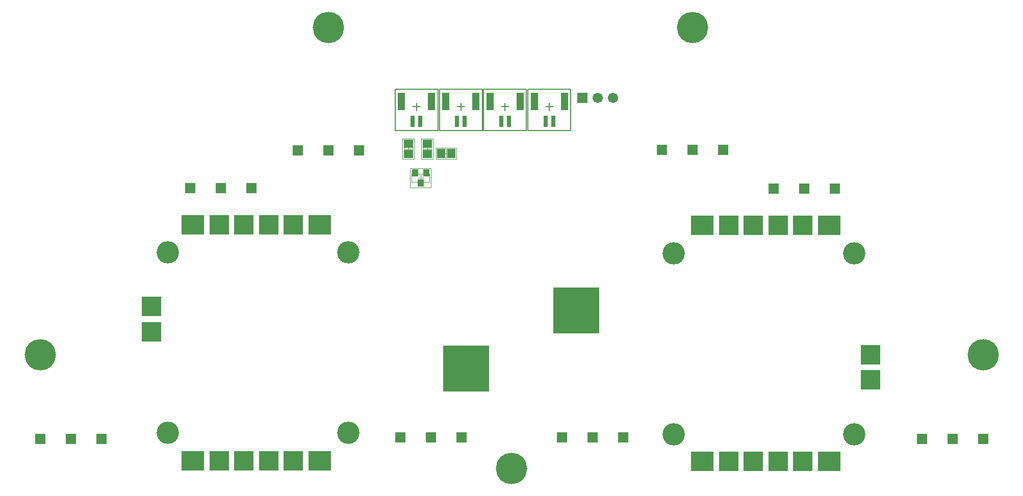
<source format=gts>
G04*
G04 #@! TF.GenerationSoftware,Altium Limited,Altium Designer,18.1.9 (240)*
G04*
G04 Layer_Color=8388736*
%FSLAX43Y43*%
%MOMM*%
G71*
G01*
G75*
%ADD11C,0.200*%
%ADD18C,0.100*%
%ADD19C,0.050*%
%ADD25R,1.005X1.175*%
%ADD26R,1.553X1.353*%
%ADD27R,1.353X1.553*%
%ADD28R,1.203X3.003*%
%ADD29R,0.803X1.903*%
%ADD30R,7.703X7.703*%
%ADD31R,1.703X1.703*%
%ADD32C,1.703*%
%ADD33R,1.727X1.727*%
%ADD34C,3.711*%
%ADD35R,3.203X3.203*%
%ADD36R,3.703X3.303*%
%ADD37R,3.303X3.303*%
%ADD38C,5.203*%
D11*
X100828Y142264D02*
Y149122D01*
X107940D01*
Y142264D02*
Y149122D01*
X100828Y142264D02*
X107940D01*
X103749Y146201D02*
X105019D01*
X104384Y145566D02*
Y146836D01*
X93462Y142264D02*
Y149122D01*
X100574D01*
Y142264D02*
Y149122D01*
X93462Y142264D02*
X100574D01*
X96383Y146201D02*
X97653D01*
X97018Y145566D02*
Y146836D01*
X86116Y142264D02*
Y149122D01*
X93228D01*
Y142264D02*
Y149122D01*
X86116Y142264D02*
X93228D01*
X89037Y146201D02*
X90307D01*
X89672Y145566D02*
Y146836D01*
X78750Y142264D02*
Y149122D01*
X85862D01*
Y142264D02*
Y149122D01*
X78750Y142264D02*
X85862D01*
X81671Y146201D02*
X82941D01*
X82306Y145566D02*
Y146836D01*
D18*
X81492Y135070D02*
X84492D01*
X81492Y133670D02*
X84492D01*
Y135070D01*
X81492Y133670D02*
Y135070D01*
X80269Y140292D02*
X81619D01*
X80269Y138092D02*
X81619D01*
Y140292D01*
X80269Y138092D02*
Y140292D01*
X83399Y140292D02*
X84749D01*
X83399Y138092D02*
X84749D01*
Y140292D01*
X83399Y138092D02*
Y140292D01*
X86149Y137755D02*
Y139105D01*
X88349Y137755D02*
Y139105D01*
X86149D02*
X88349D01*
X86149Y137755D02*
X88349D01*
X82992Y133870D02*
Y134870D01*
X82492Y134370D02*
X83492D01*
X80944Y138692D02*
Y139692D01*
X80444Y139192D02*
X81444D01*
X84074Y138692D02*
Y139692D01*
X83574Y139192D02*
X84574D01*
X86749Y138430D02*
X87749D01*
X87249Y137930D02*
Y138930D01*
D19*
X81242Y135970D02*
X84742D01*
X81242Y132770D02*
X84742D01*
Y135970D01*
X81242Y132770D02*
Y135970D01*
X79994Y140892D02*
X81894D01*
X79994Y137492D02*
X81894D01*
Y140892D01*
X79994Y137492D02*
Y140892D01*
X83124Y140892D02*
X85024D01*
X83124Y137492D02*
X85024D01*
Y140892D01*
X83124Y137492D02*
Y140892D01*
X85549Y137480D02*
Y139380D01*
X88949Y137480D02*
Y139380D01*
X85549D02*
X88949D01*
X85549Y137480D02*
X88949D01*
D25*
X83942Y135255D02*
D03*
X82042D02*
D03*
X82992Y133485D02*
D03*
D26*
X80944Y140067D02*
D03*
Y138317D02*
D03*
X84074Y140067D02*
D03*
Y138317D02*
D03*
D27*
X86374Y138430D02*
D03*
X88124D02*
D03*
D28*
X106859Y147114D02*
D03*
X101909D02*
D03*
X99493D02*
D03*
X94543D02*
D03*
X92147D02*
D03*
X87197D02*
D03*
X84781D02*
D03*
X79831D02*
D03*
D29*
X105009Y143764D02*
D03*
X103759D02*
D03*
X97643D02*
D03*
X96393D02*
D03*
X90297D02*
D03*
X89047D02*
D03*
X82931D02*
D03*
X81681D02*
D03*
D30*
X90551Y102743D02*
D03*
X108839Y112395D02*
D03*
D31*
X109855Y147701D02*
D03*
D32*
X112395D02*
D03*
X114935D02*
D03*
D33*
X123063Y139065D02*
D03*
X128143D02*
D03*
X133223D02*
D03*
X62611Y138938D02*
D03*
X67691D02*
D03*
X72771D02*
D03*
X176403Y91059D02*
D03*
X171323D02*
D03*
X166243D02*
D03*
X19812D02*
D03*
X24892D02*
D03*
X29972D02*
D03*
X79629Y91313D02*
D03*
X84709D02*
D03*
X89789D02*
D03*
X106426D02*
D03*
X111506D02*
D03*
X116586D02*
D03*
X54864Y132715D02*
D03*
X49784D02*
D03*
X44704D02*
D03*
X151765Y132588D02*
D03*
X146685D02*
D03*
X141605D02*
D03*
D34*
X155000Y91821D02*
D03*
Y121821D02*
D03*
X125000Y91821D02*
D03*
Y121821D02*
D03*
X41000Y122000D02*
D03*
Y92000D02*
D03*
X71000Y122000D02*
D03*
Y92000D02*
D03*
D35*
X157700Y100821D02*
D03*
Y105021D02*
D03*
X38300Y113000D02*
D03*
Y108800D02*
D03*
D36*
X150850Y87271D02*
D03*
X129750D02*
D03*
X150850Y126471D02*
D03*
X129750D02*
D03*
X45150Y126550D02*
D03*
X66250D02*
D03*
X45150Y87350D02*
D03*
X66250D02*
D03*
D37*
X146450Y87271D02*
D03*
X138250D02*
D03*
X142350D02*
D03*
X134150D02*
D03*
X146450Y126471D02*
D03*
X142350D02*
D03*
X134150D02*
D03*
X138250D02*
D03*
X49550Y126550D02*
D03*
X57750D02*
D03*
X53650D02*
D03*
X61850D02*
D03*
X49550Y87350D02*
D03*
X53650D02*
D03*
X61850D02*
D03*
X57750D02*
D03*
D38*
X19812Y105021D02*
D03*
X67691Y159385D02*
D03*
X176403Y105021D02*
D03*
X98044Y86106D02*
D03*
X128143Y159385D02*
D03*
M02*

</source>
